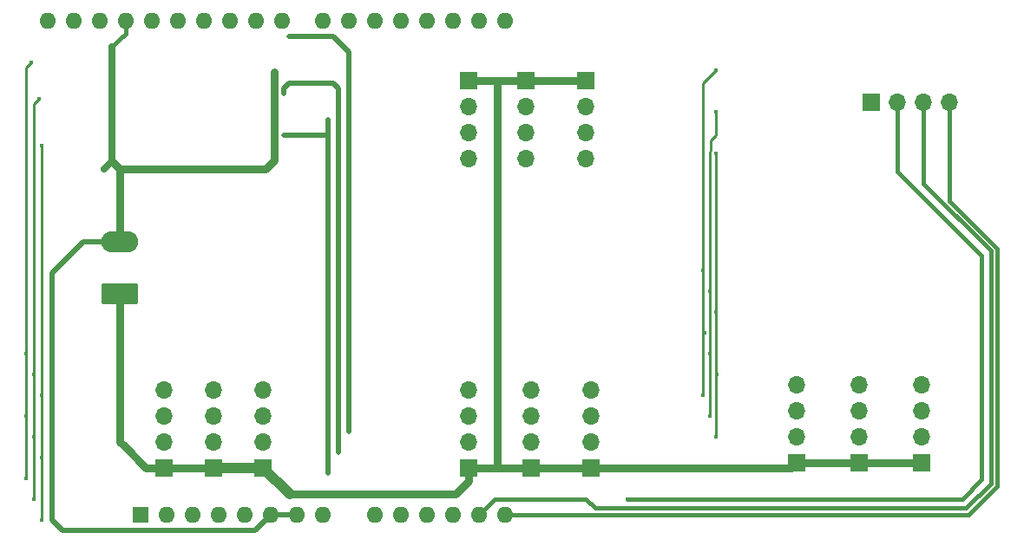
<source format=gbr>
%TF.GenerationSoftware,KiCad,Pcbnew,(6.0.7)*%
%TF.CreationDate,2023-03-18T11:43:07+08:00*%
%TF.ProjectId,LED driver,4c454420-6472-4697-9665-722e6b696361,rev?*%
%TF.SameCoordinates,Original*%
%TF.FileFunction,Copper,L2,Bot*%
%TF.FilePolarity,Positive*%
%FSLAX46Y46*%
G04 Gerber Fmt 4.6, Leading zero omitted, Abs format (unit mm)*
G04 Created by KiCad (PCBNEW (6.0.7)) date 2023-03-18 11:43:07*
%MOMM*%
%LPD*%
G01*
G04 APERTURE LIST*
G04 Aperture macros list*
%AMRoundRect*
0 Rectangle with rounded corners*
0 $1 Rounding radius*
0 $2 $3 $4 $5 $6 $7 $8 $9 X,Y pos of 4 corners*
0 Add a 4 corners polygon primitive as box body*
4,1,4,$2,$3,$4,$5,$6,$7,$8,$9,$2,$3,0*
0 Add four circle primitives for the rounded corners*
1,1,$1+$1,$2,$3*
1,1,$1+$1,$4,$5*
1,1,$1+$1,$6,$7*
1,1,$1+$1,$8,$9*
0 Add four rect primitives between the rounded corners*
20,1,$1+$1,$2,$3,$4,$5,0*
20,1,$1+$1,$4,$5,$6,$7,0*
20,1,$1+$1,$6,$7,$8,$9,0*
20,1,$1+$1,$8,$9,$2,$3,0*%
G04 Aperture macros list end*
%TA.AperFunction,ComponentPad*%
%ADD10RoundRect,0.249999X1.550001X-0.790001X1.550001X0.790001X-1.550001X0.790001X-1.550001X-0.790001X0*%
%TD*%
%TA.AperFunction,ComponentPad*%
%ADD11O,3.600000X2.080000*%
%TD*%
%TA.AperFunction,ComponentPad*%
%ADD12R,1.700000X1.700000*%
%TD*%
%TA.AperFunction,ComponentPad*%
%ADD13O,1.700000X1.700000*%
%TD*%
%TA.AperFunction,ComponentPad*%
%ADD14R,1.600000X1.600000*%
%TD*%
%TA.AperFunction,ComponentPad*%
%ADD15O,1.600000X1.600000*%
%TD*%
%TA.AperFunction,ViaPad*%
%ADD16C,0.400000*%
%TD*%
%TA.AperFunction,Conductor*%
%ADD17C,0.381000*%
%TD*%
%TA.AperFunction,Conductor*%
%ADD18C,0.508000*%
%TD*%
%TA.AperFunction,Conductor*%
%ADD19C,0.762000*%
%TD*%
%TA.AperFunction,Conductor*%
%ADD20C,0.635000*%
%TD*%
%TA.AperFunction,Conductor*%
%ADD21C,1.016000*%
%TD*%
%TA.AperFunction,Conductor*%
%ADD22C,0.254000*%
%TD*%
G04 APERTURE END LIST*
D10*
%TO.P,J2,1,Pin_1*%
%TO.N,+5V*%
X102616000Y-100584000D03*
D11*
%TO.P,J2,2,Pin_2*%
%TO.N,GND*%
X102616000Y-95504000D03*
%TD*%
D12*
%TO.P,J5,1,Pin_1*%
%TO.N,+5V*%
X168656000Y-117094000D03*
D13*
%TO.P,J5,2,Pin_2*%
%TO.N,Net-(J5-Pad2)*%
X168656000Y-114554000D03*
%TO.P,J5,3,Pin_3*%
%TO.N,Net-(J5-Pad3)*%
X168656000Y-112014000D03*
%TO.P,J5,4,Pin_4*%
%TO.N,Net-(J5-Pad4)*%
X168656000Y-109474000D03*
%TD*%
D12*
%TO.P,J12,1,Pin_1*%
%TO.N,+5V*%
X106934000Y-117592000D03*
D13*
%TO.P,J12,2,Pin_2*%
%TO.N,Net-(J12-Pad2)*%
X106934000Y-115052000D03*
%TO.P,J12,3,Pin_3*%
%TO.N,Net-(J12-Pad3)*%
X106934000Y-112512000D03*
%TO.P,J12,4,Pin_4*%
%TO.N,Net-(J12-Pad4)*%
X106934000Y-109972000D03*
%TD*%
D12*
%TO.P,J8,1,Pin_1*%
%TO.N,+5V*%
X148082000Y-79756000D03*
D13*
%TO.P,J8,2,Pin_2*%
%TO.N,Net-(J8-Pad2)*%
X148082000Y-82296000D03*
%TO.P,J8,3,Pin_3*%
%TO.N,Net-(J8-Pad3)*%
X148082000Y-84836000D03*
%TO.P,J8,4,Pin_4*%
%TO.N,Net-(J8-Pad4)*%
X148082000Y-87376000D03*
%TD*%
D12*
%TO.P,J11,1,Pin_1*%
%TO.N,+5V*%
X136652000Y-117592000D03*
D13*
%TO.P,J11,2,Pin_2*%
%TO.N,Net-(J11-Pad2)*%
X136652000Y-115052000D03*
%TO.P,J11,3,Pin_3*%
%TO.N,Net-(J11-Pad3)*%
X136652000Y-112512000D03*
%TO.P,J11,4,Pin_4*%
%TO.N,Net-(J11-Pad4)*%
X136652000Y-109972000D03*
%TD*%
D12*
%TO.P,J6,1,Pin_1*%
%TO.N,+5V*%
X136652000Y-79756000D03*
D13*
%TO.P,J6,2,Pin_2*%
%TO.N,Net-(J6-Pad2)*%
X136652000Y-82296000D03*
%TO.P,J6,3,Pin_3*%
%TO.N,Net-(J6-Pad3)*%
X136652000Y-84836000D03*
%TO.P,J6,4,Pin_4*%
%TO.N,Net-(J6-Pad4)*%
X136652000Y-87376000D03*
%TD*%
D12*
%TO.P,J4,1,Pin_1*%
%TO.N,+5V*%
X180848000Y-117084000D03*
D13*
%TO.P,J4,2,Pin_2*%
%TO.N,Net-(J4-Pad2)*%
X180848000Y-114544000D03*
%TO.P,J4,3,Pin_3*%
%TO.N,Net-(J4-Pad3)*%
X180848000Y-112004000D03*
%TO.P,J4,4,Pin_4*%
%TO.N,Net-(J4-Pad4)*%
X180848000Y-109464000D03*
%TD*%
D12*
%TO.P,J9,1,Pin_1*%
%TO.N,+5V*%
X148590000Y-117612000D03*
D13*
%TO.P,J9,2,Pin_2*%
%TO.N,Net-(J9-Pad2)*%
X148590000Y-115072000D03*
%TO.P,J9,3,Pin_3*%
%TO.N,Net-(J9-Pad3)*%
X148590000Y-112532000D03*
%TO.P,J9,4,Pin_4*%
%TO.N,Net-(J9-Pad4)*%
X148590000Y-109992000D03*
%TD*%
D12*
%TO.P,J10,1,Pin_1*%
%TO.N,+5V*%
X142748000Y-117602000D03*
D13*
%TO.P,J10,2,Pin_2*%
%TO.N,Net-(J10-Pad2)*%
X142748000Y-115062000D03*
%TO.P,J10,3,Pin_3*%
%TO.N,Net-(J10-Pad3)*%
X142748000Y-112522000D03*
%TO.P,J10,4,Pin_4*%
%TO.N,Net-(J10-Pad4)*%
X142748000Y-109982000D03*
%TD*%
D12*
%TO.P,J14,1,Pin_1*%
%TO.N,+5V*%
X116586000Y-117592000D03*
D13*
%TO.P,J14,2,Pin_2*%
%TO.N,Net-(J14-Pad2)*%
X116586000Y-115052000D03*
%TO.P,J14,3,Pin_3*%
%TO.N,Net-(J14-Pad3)*%
X116586000Y-112512000D03*
%TO.P,J14,4,Pin_4*%
%TO.N,Net-(J14-Pad4)*%
X116586000Y-109972000D03*
%TD*%
D12*
%TO.P,J7,1,Pin_1*%
%TO.N,+5V*%
X142240000Y-79756000D03*
D13*
%TO.P,J7,2,Pin_2*%
%TO.N,Net-(J7-Pad2)*%
X142240000Y-82296000D03*
%TO.P,J7,3,Pin_3*%
%TO.N,Net-(J7-Pad3)*%
X142240000Y-84836000D03*
%TO.P,J7,4,Pin_4*%
%TO.N,Net-(J7-Pad4)*%
X142240000Y-87376000D03*
%TD*%
D12*
%TO.P,J13,1,Pin_1*%
%TO.N,+5V*%
X111760000Y-117592000D03*
D13*
%TO.P,J13,2,Pin_2*%
%TO.N,Net-(J13-Pad2)*%
X111760000Y-115052000D03*
%TO.P,J13,3,Pin_3*%
%TO.N,Net-(J13-Pad3)*%
X111760000Y-112512000D03*
%TO.P,J13,4,Pin_4*%
%TO.N,Net-(J13-Pad4)*%
X111760000Y-109972000D03*
%TD*%
D12*
%TO.P,J3,1,Pin_1*%
%TO.N,+5V*%
X174752000Y-117094000D03*
D13*
%TO.P,J3,2,Pin_2*%
%TO.N,Net-(J3-Pad2)*%
X174752000Y-114554000D03*
%TO.P,J3,3,Pin_3*%
%TO.N,Net-(J3-Pad3)*%
X174752000Y-112014000D03*
%TO.P,J3,4,Pin_4*%
%TO.N,Net-(J3-Pad4)*%
X174752000Y-109474000D03*
%TD*%
D12*
%TO.P,J1,1,Pin_1*%
%TO.N,GND*%
X175905000Y-81845000D03*
D13*
%TO.P,J1,2,Pin_2*%
%TO.N,+5VD*%
X178445000Y-81845000D03*
%TO.P,J1,3,Pin_3*%
%TO.N,SDA*%
X180985000Y-81845000D03*
%TO.P,J1,4,Pin_4*%
%TO.N,SCL*%
X183525000Y-81845000D03*
%TD*%
D14*
%TO.P,A1,1,NC*%
%TO.N,unconnected-(A1-Pad1)*%
X104648000Y-122174000D03*
D15*
%TO.P,A1,2,IOREF*%
%TO.N,unconnected-(A1-Pad2)*%
X107188000Y-122174000D03*
%TO.P,A1,3,~{RESET}*%
%TO.N,unconnected-(A1-Pad3)*%
X109728000Y-122174000D03*
%TO.P,A1,4,3V3*%
%TO.N,unconnected-(A1-Pad4)*%
X112268000Y-122174000D03*
%TO.P,A1,5,+5V*%
%TO.N,+5VD*%
X114808000Y-122174000D03*
%TO.P,A1,6,GND*%
%TO.N,GND*%
X117348000Y-122174000D03*
%TO.P,A1,7,GND*%
X119888000Y-122174000D03*
%TO.P,A1,8,VIN*%
%TO.N,unconnected-(A1-Pad8)*%
X122428000Y-122174000D03*
%TO.P,A1,9,A0*%
%TO.N,unconnected-(A1-Pad9)*%
X127508000Y-122174000D03*
%TO.P,A1,10,A1*%
%TO.N,unconnected-(A1-Pad10)*%
X130048000Y-122174000D03*
%TO.P,A1,11,A2*%
%TO.N,unconnected-(A1-Pad11)*%
X132588000Y-122174000D03*
%TO.P,A1,12,A3*%
%TO.N,unconnected-(A1-Pad12)*%
X135128000Y-122174000D03*
%TO.P,A1,13,SDA/A4*%
%TO.N,SDA*%
X137668000Y-122174000D03*
%TO.P,A1,14,SCL/A5*%
%TO.N,SCL*%
X140208000Y-122174000D03*
%TO.P,A1,15,D0/RX*%
%TO.N,unconnected-(A1-Pad15)*%
X140208000Y-73914000D03*
%TO.P,A1,16,D1/TX*%
%TO.N,unconnected-(A1-Pad16)*%
X137668000Y-73914000D03*
%TO.P,A1,17,D2*%
%TO.N,D2*%
X135128000Y-73914000D03*
%TO.P,A1,18,D3*%
%TO.N,D3*%
X132588000Y-73914000D03*
%TO.P,A1,19,D4*%
%TO.N,D4*%
X130048000Y-73914000D03*
%TO.P,A1,20,D5*%
%TO.N,D5*%
X127508000Y-73914000D03*
%TO.P,A1,21,D6*%
%TO.N,D6*%
X124968000Y-73914000D03*
%TO.P,A1,22,D7*%
%TO.N,D7*%
X122428000Y-73914000D03*
%TO.P,A1,23,D8*%
%TO.N,D8*%
X118368000Y-73914000D03*
%TO.P,A1,24,D9*%
%TO.N,D9*%
X115828000Y-73914000D03*
%TO.P,A1,25,D10*%
%TO.N,D10*%
X113288000Y-73914000D03*
%TO.P,A1,26,D11*%
%TO.N,unconnected-(A1-Pad26)*%
X110748000Y-73914000D03*
%TO.P,A1,27,D12*%
%TO.N,unconnected-(A1-Pad27)*%
X108208000Y-73914000D03*
%TO.P,A1,28,D13*%
%TO.N,unconnected-(A1-Pad28)*%
X105668000Y-73914000D03*
%TO.P,A1,29,GND*%
%TO.N,GND*%
X103128000Y-73914000D03*
%TO.P,A1,30,AREF*%
%TO.N,unconnected-(A1-Pad30)*%
X100588000Y-73914000D03*
%TO.P,A1,31,SDA/A4*%
%TO.N,unconnected-(A1-Pad31)*%
X98048000Y-73914000D03*
%TO.P,A1,32,SCL/A5*%
%TO.N,unconnected-(A1-Pad32)*%
X95508000Y-73914000D03*
%TD*%
D16*
%TO.N,+5VD*%
X152146000Y-120650000D03*
%TO.N,GND*%
X101092000Y-88392000D03*
X117668000Y-78915500D03*
X117668000Y-87043500D03*
X101854000Y-77978000D03*
X101854000Y-80518000D03*
X117668000Y-82979500D03*
%TO.N,R1*%
X160782000Y-114554000D03*
X160782000Y-102362000D03*
X160800500Y-108458000D03*
X160782000Y-86868000D03*
%TO.N,G1*%
X160147000Y-106426000D03*
X160147000Y-112522000D03*
X160782000Y-82804000D03*
X160147000Y-100330000D03*
%TO.N,B1*%
X159620500Y-104394000D03*
X160782000Y-78740000D03*
X159512000Y-110490000D03*
X159512000Y-98298000D03*
%TO.N,R2*%
X122936000Y-105918000D03*
X122936000Y-83566000D03*
X122936000Y-89662000D03*
X118618000Y-85090000D03*
X122936000Y-118110000D03*
X122936000Y-112014000D03*
X122936000Y-95758000D03*
%TO.N,G2*%
X123952000Y-109982000D03*
X123952000Y-97790000D03*
X123952000Y-85598000D03*
X123952000Y-116078000D03*
X123952000Y-103886000D03*
X123952000Y-91694000D03*
X118618000Y-81026000D03*
%TO.N,B2*%
X124968000Y-101854000D03*
X124968000Y-114046000D03*
X124968000Y-99822000D03*
X124968000Y-87630000D03*
X119126000Y-75438000D03*
X124968000Y-93726000D03*
X124968000Y-107950000D03*
%TO.N,R3*%
X94996000Y-86106000D03*
X94996000Y-116586000D03*
X94996000Y-122682000D03*
X94996000Y-110490000D03*
%TO.N,G3*%
X94234000Y-108458000D03*
X94234000Y-114554000D03*
X94234000Y-120650000D03*
X94742000Y-81534000D03*
%TO.N,B3*%
X93472000Y-106426000D03*
X93980000Y-77978000D03*
X93472000Y-118618000D03*
X93472000Y-112522000D03*
%TD*%
D17*
%TO.N,+5VD*%
X152146000Y-120650000D02*
X184785000Y-120650000D01*
X184785000Y-120650000D02*
X186690000Y-118745000D01*
X178445000Y-88656000D02*
X178445000Y-81845000D01*
X186690000Y-118745000D02*
X186690000Y-96901000D01*
X186690000Y-96901000D02*
X178445000Y-88656000D01*
%TO.N,GND*%
X101854000Y-77978000D02*
X101854000Y-80518000D01*
D18*
X115824000Y-123698000D02*
X97028000Y-123698000D01*
D17*
X103128000Y-75180000D02*
X102616000Y-75692000D01*
D18*
X119888000Y-122174000D02*
X117348000Y-122174000D01*
D17*
X101854000Y-80518000D02*
X101854000Y-87630000D01*
D19*
X117668000Y-82979500D02*
X117668000Y-78915500D01*
D17*
X103128000Y-73914000D02*
X103128000Y-75180000D01*
D18*
X97028000Y-123698000D02*
X96012000Y-122682000D01*
D17*
X102616000Y-75692000D02*
X101854000Y-76454000D01*
X101854000Y-76454000D02*
X101854000Y-77978000D01*
D18*
X96012000Y-122682000D02*
X96012000Y-98552000D01*
D19*
X116840000Y-88392000D02*
X117668000Y-87564000D01*
X102616000Y-95504000D02*
X102616000Y-88392000D01*
X117668000Y-87564000D02*
X117668000Y-87043500D01*
X102616000Y-88392000D02*
X116840000Y-88392000D01*
D18*
X99060000Y-95504000D02*
X102616000Y-95504000D01*
X117348000Y-122174000D02*
X115824000Y-123698000D01*
D20*
X101854000Y-87630000D02*
X101854000Y-76454000D01*
X101092000Y-88392000D02*
X101854000Y-87630000D01*
D18*
X96012000Y-98552000D02*
X99060000Y-95504000D01*
D19*
X102616000Y-88392000D02*
X101854000Y-87630000D01*
X117668000Y-87043500D02*
X117668000Y-82979500D01*
D17*
%TO.N,SDA*%
X148971000Y-121539000D02*
X148082000Y-120650000D01*
X148082000Y-120650000D02*
X139192000Y-120650000D01*
X139192000Y-120650000D02*
X137668000Y-122174000D01*
X180985000Y-81845000D02*
X180985000Y-89799000D01*
X187579000Y-96393000D02*
X187579000Y-119126000D01*
X185166000Y-121539000D02*
X148971000Y-121539000D01*
X187579000Y-119126000D02*
X185166000Y-121539000D01*
X180985000Y-89799000D02*
X187579000Y-96393000D01*
%TO.N,SCL*%
X185420000Y-122174000D02*
X188214000Y-119380000D01*
X188214000Y-96206342D02*
X183525000Y-91517342D01*
X183525000Y-91517342D02*
X183525000Y-81845000D01*
X188214000Y-119380000D02*
X188214000Y-96206342D01*
X140208000Y-122174000D02*
X185420000Y-122174000D01*
D19*
%TO.N,+5V*%
X136652000Y-117592000D02*
X136652000Y-118872000D01*
X139436000Y-79756000D02*
X139436000Y-117592000D01*
D21*
X111760000Y-117592000D02*
X116586000Y-117592000D01*
D19*
X180838000Y-117094000D02*
X180848000Y-117084000D01*
X102616000Y-115062000D02*
X102997000Y-115443000D01*
X148082000Y-79756000D02*
X139436000Y-79756000D01*
X135382000Y-120142000D02*
X119136000Y-120142000D01*
X106934000Y-117592000D02*
X111760000Y-117592000D01*
X139456000Y-117612000D02*
X148590000Y-117612000D01*
X168138000Y-117612000D02*
X168656000Y-117094000D01*
X105146000Y-117592000D02*
X106934000Y-117592000D01*
X136652000Y-118872000D02*
X135382000Y-120142000D01*
X102616000Y-100584000D02*
X102616000Y-115062000D01*
X139436000Y-117592000D02*
X136652000Y-117592000D01*
D21*
X116586000Y-117592000D02*
X119136000Y-120142000D01*
D19*
X168656000Y-117094000D02*
X180838000Y-117094000D01*
X148590000Y-117612000D02*
X168138000Y-117612000D01*
X139436000Y-117592000D02*
X139456000Y-117612000D01*
X139436000Y-79756000D02*
X136652000Y-79756000D01*
X102997000Y-115443000D02*
X105146000Y-117592000D01*
D22*
%TO.N,R1*%
X160782000Y-102362000D02*
X160782000Y-114554000D01*
X160782000Y-86868000D02*
X160782000Y-102362000D01*
%TO.N,G1*%
X160147000Y-112522000D02*
X160147000Y-106426000D01*
X160147000Y-100330000D02*
X160147000Y-86729425D01*
X160147000Y-106426000D02*
X160147000Y-100330000D01*
X160255000Y-86621425D02*
X160255000Y-85617000D01*
X160255000Y-85617000D02*
X160782000Y-85090000D01*
X160782000Y-85090000D02*
X160782000Y-82804000D01*
X160147000Y-86729425D02*
X160255000Y-86621425D01*
%TO.N,B1*%
X159512000Y-80010000D02*
X160782000Y-78740000D01*
X159512000Y-98298000D02*
X159512000Y-80010000D01*
X159620500Y-104394000D02*
X159512000Y-104394000D01*
X159512000Y-104394000D02*
X159512000Y-98298000D01*
X159512000Y-110490000D02*
X159512000Y-104394000D01*
D18*
%TO.N,R2*%
X122936000Y-107950000D02*
X122936000Y-112014000D01*
X122936000Y-85090000D02*
X122936000Y-86106000D01*
X122936000Y-89662000D02*
X122936000Y-95758000D01*
X118618000Y-85090000D02*
X122936000Y-85090000D01*
X122936000Y-112014000D02*
X122936000Y-114046000D01*
X122936000Y-114046000D02*
X122936000Y-118110000D01*
X122936000Y-105918000D02*
X122936000Y-107950000D01*
X122936000Y-101854000D02*
X122936000Y-105918000D01*
X122936000Y-86106000D02*
X122936000Y-89662000D01*
X122936000Y-86106000D02*
X122936000Y-83566000D01*
X122936000Y-95758000D02*
X122936000Y-101854000D01*
%TO.N,G2*%
X123952000Y-109982000D02*
X123952000Y-116078000D01*
X118618000Y-81026000D02*
X118618000Y-80518000D01*
X123952000Y-103886000D02*
X123952000Y-109982000D01*
X118618000Y-80518000D02*
X119126000Y-80010000D01*
X123952000Y-85598000D02*
X123952000Y-91694000D01*
X123444000Y-80010000D02*
X123952000Y-80518000D01*
X123952000Y-91694000D02*
X123952000Y-97790000D01*
X119126000Y-80010000D02*
X123444000Y-80010000D01*
X123952000Y-97790000D02*
X123952000Y-103886000D01*
X123952000Y-80518000D02*
X123952000Y-85598000D01*
%TO.N,B2*%
X124968000Y-105918000D02*
X124968000Y-107950000D01*
X124968000Y-87630000D02*
X124968000Y-93726000D01*
X124968000Y-93726000D02*
X124968000Y-99822000D01*
X121158000Y-75438000D02*
X123444000Y-75438000D01*
X124968000Y-107950000D02*
X124968000Y-114046000D01*
X124968000Y-101854000D02*
X124968000Y-105918000D01*
X119126000Y-75438000D02*
X121158000Y-75438000D01*
X124968000Y-99822000D02*
X124968000Y-101854000D01*
X124714000Y-76708000D02*
X124968000Y-76962000D01*
X124968000Y-76962000D02*
X124968000Y-87630000D01*
X123444000Y-75438000D02*
X124714000Y-76708000D01*
D22*
%TO.N,R3*%
X94996000Y-110490000D02*
X94996000Y-116586000D01*
X94996000Y-86106000D02*
X94996000Y-110490000D01*
X94996000Y-116586000D02*
X94996000Y-122682000D01*
%TO.N,G3*%
X94234000Y-82042000D02*
X94234000Y-86868000D01*
X94234000Y-86868000D02*
X94234000Y-108458000D01*
X94742000Y-81534000D02*
X94234000Y-82042000D01*
X94234000Y-108458000D02*
X94234000Y-114554000D01*
X94234000Y-114554000D02*
X94234000Y-120650000D01*
%TO.N,B3*%
X93472000Y-112522000D02*
X93472000Y-106426000D01*
X93472000Y-78486000D02*
X93980000Y-77978000D01*
X93472000Y-106426000D02*
X93472000Y-78486000D01*
X93472000Y-118618000D02*
X93472000Y-112522000D01*
%TD*%
M02*

</source>
